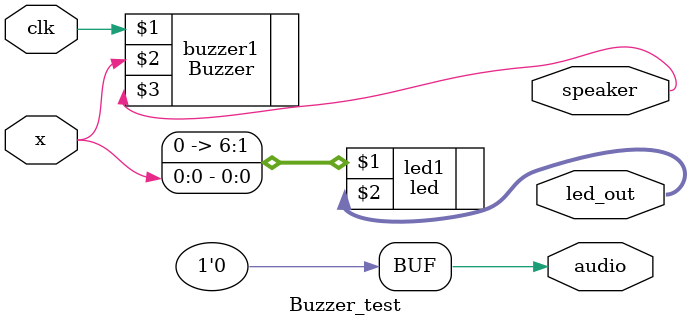
<source format=v>
`timescale 1ns / 1ps

module Buzzer_test(
    input wire x,
    input wire clk,
    output wire speaker,
    output [7:0] led_out,
    output reg audio
);

Buzzer buzzer1(clk, x, speaker);
led led1({6'b000000,x}, led_out);

initial begin
    audio = 0;
end


endmodule 
</source>
